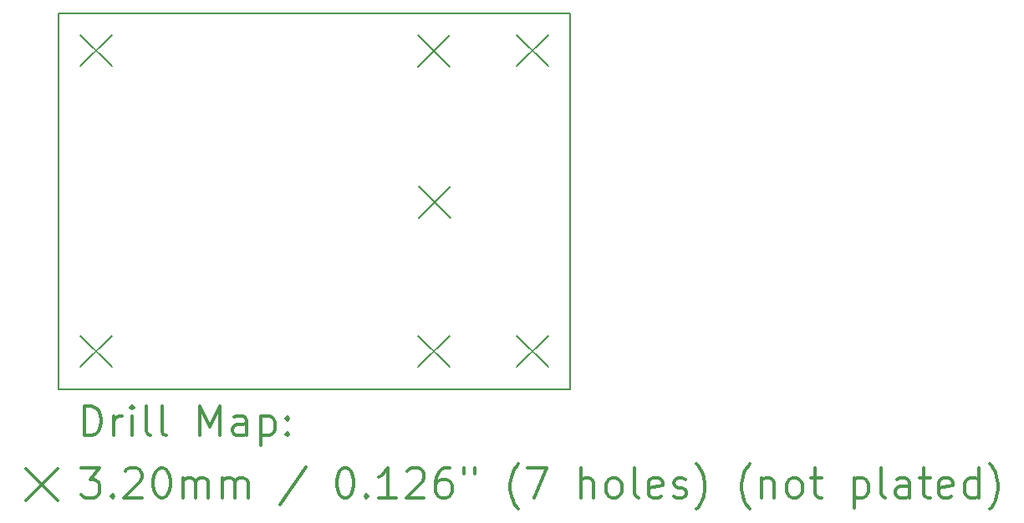
<source format=gbr>
%FSLAX45Y45*%
G04 Gerber Fmt 4.5, Leading zero omitted, Abs format (unit mm)*
G04 Created by KiCad (PCBNEW 4.0.6+dfsg1-1) date Wed May  9 15:43:25 2018*
%MOMM*%
%LPD*%
G01*
G04 APERTURE LIST*
%ADD10C,0.127000*%
%ADD11C,0.150000*%
%ADD12C,0.200000*%
%ADD13C,0.300000*%
G04 APERTURE END LIST*
D10*
D11*
X12801600Y-12801600D02*
X17983200Y-12801600D01*
X16611600Y-8991600D02*
X12801600Y-8991600D01*
X12801600Y-9093200D02*
X12801600Y-8991600D01*
X12801600Y-12801600D02*
X12801600Y-9093200D01*
X17983200Y-8991600D02*
X17983200Y-12801600D01*
X16611600Y-8991600D02*
X17983200Y-8991600D01*
D12*
X13022600Y-9212600D02*
X13342600Y-9532600D01*
X13342600Y-9212600D02*
X13022600Y-9532600D01*
X13022600Y-12260600D02*
X13342600Y-12580600D01*
X13342600Y-12260600D02*
X13022600Y-12580600D01*
X16446520Y-9220000D02*
X16766520Y-9540000D01*
X16766520Y-9220000D02*
X16446520Y-9540000D01*
X16446520Y-12260000D02*
X16766520Y-12580000D01*
X16766520Y-12260000D02*
X16446520Y-12580000D01*
X16451600Y-10751840D02*
X16771600Y-11071840D01*
X16771600Y-10751840D02*
X16451600Y-11071840D01*
X17442200Y-9212600D02*
X17762200Y-9532600D01*
X17762200Y-9212600D02*
X17442200Y-9532600D01*
X17442200Y-12260600D02*
X17762200Y-12580600D01*
X17762200Y-12260600D02*
X17442200Y-12580600D01*
D13*
X13065528Y-13274814D02*
X13065528Y-12974814D01*
X13136957Y-12974814D01*
X13179814Y-12989100D01*
X13208386Y-13017671D01*
X13222671Y-13046243D01*
X13236957Y-13103386D01*
X13236957Y-13146243D01*
X13222671Y-13203386D01*
X13208386Y-13231957D01*
X13179814Y-13260529D01*
X13136957Y-13274814D01*
X13065528Y-13274814D01*
X13365528Y-13274814D02*
X13365528Y-13074814D01*
X13365528Y-13131957D02*
X13379814Y-13103386D01*
X13394100Y-13089100D01*
X13422671Y-13074814D01*
X13451243Y-13074814D01*
X13551243Y-13274814D02*
X13551243Y-13074814D01*
X13551243Y-12974814D02*
X13536957Y-12989100D01*
X13551243Y-13003386D01*
X13565528Y-12989100D01*
X13551243Y-12974814D01*
X13551243Y-13003386D01*
X13736957Y-13274814D02*
X13708386Y-13260529D01*
X13694100Y-13231957D01*
X13694100Y-12974814D01*
X13894100Y-13274814D02*
X13865528Y-13260529D01*
X13851243Y-13231957D01*
X13851243Y-12974814D01*
X14236957Y-13274814D02*
X14236957Y-12974814D01*
X14336957Y-13189100D01*
X14436957Y-12974814D01*
X14436957Y-13274814D01*
X14708386Y-13274814D02*
X14708386Y-13117671D01*
X14694100Y-13089100D01*
X14665528Y-13074814D01*
X14608386Y-13074814D01*
X14579814Y-13089100D01*
X14708386Y-13260529D02*
X14679814Y-13274814D01*
X14608386Y-13274814D01*
X14579814Y-13260529D01*
X14565528Y-13231957D01*
X14565528Y-13203386D01*
X14579814Y-13174814D01*
X14608386Y-13160529D01*
X14679814Y-13160529D01*
X14708386Y-13146243D01*
X14851243Y-13074814D02*
X14851243Y-13374814D01*
X14851243Y-13089100D02*
X14879814Y-13074814D01*
X14936957Y-13074814D01*
X14965528Y-13089100D01*
X14979814Y-13103386D01*
X14994100Y-13131957D01*
X14994100Y-13217671D01*
X14979814Y-13246243D01*
X14965528Y-13260529D01*
X14936957Y-13274814D01*
X14879814Y-13274814D01*
X14851243Y-13260529D01*
X15122671Y-13246243D02*
X15136957Y-13260529D01*
X15122671Y-13274814D01*
X15108386Y-13260529D01*
X15122671Y-13246243D01*
X15122671Y-13274814D01*
X15122671Y-13089100D02*
X15136957Y-13103386D01*
X15122671Y-13117671D01*
X15108386Y-13103386D01*
X15122671Y-13089100D01*
X15122671Y-13117671D01*
X12474100Y-13609100D02*
X12794100Y-13929100D01*
X12794100Y-13609100D02*
X12474100Y-13929100D01*
X13036957Y-13604814D02*
X13222671Y-13604814D01*
X13122671Y-13719100D01*
X13165528Y-13719100D01*
X13194100Y-13733386D01*
X13208386Y-13747671D01*
X13222671Y-13776243D01*
X13222671Y-13847671D01*
X13208386Y-13876243D01*
X13194100Y-13890529D01*
X13165528Y-13904814D01*
X13079814Y-13904814D01*
X13051243Y-13890529D01*
X13036957Y-13876243D01*
X13351243Y-13876243D02*
X13365528Y-13890529D01*
X13351243Y-13904814D01*
X13336957Y-13890529D01*
X13351243Y-13876243D01*
X13351243Y-13904814D01*
X13479814Y-13633386D02*
X13494100Y-13619100D01*
X13522671Y-13604814D01*
X13594100Y-13604814D01*
X13622671Y-13619100D01*
X13636957Y-13633386D01*
X13651243Y-13661957D01*
X13651243Y-13690529D01*
X13636957Y-13733386D01*
X13465528Y-13904814D01*
X13651243Y-13904814D01*
X13836957Y-13604814D02*
X13865528Y-13604814D01*
X13894100Y-13619100D01*
X13908386Y-13633386D01*
X13922671Y-13661957D01*
X13936957Y-13719100D01*
X13936957Y-13790529D01*
X13922671Y-13847671D01*
X13908386Y-13876243D01*
X13894100Y-13890529D01*
X13865528Y-13904814D01*
X13836957Y-13904814D01*
X13808386Y-13890529D01*
X13794100Y-13876243D01*
X13779814Y-13847671D01*
X13765528Y-13790529D01*
X13765528Y-13719100D01*
X13779814Y-13661957D01*
X13794100Y-13633386D01*
X13808386Y-13619100D01*
X13836957Y-13604814D01*
X14065528Y-13904814D02*
X14065528Y-13704814D01*
X14065528Y-13733386D02*
X14079814Y-13719100D01*
X14108386Y-13704814D01*
X14151243Y-13704814D01*
X14179814Y-13719100D01*
X14194100Y-13747671D01*
X14194100Y-13904814D01*
X14194100Y-13747671D02*
X14208386Y-13719100D01*
X14236957Y-13704814D01*
X14279814Y-13704814D01*
X14308386Y-13719100D01*
X14322671Y-13747671D01*
X14322671Y-13904814D01*
X14465528Y-13904814D02*
X14465528Y-13704814D01*
X14465528Y-13733386D02*
X14479814Y-13719100D01*
X14508386Y-13704814D01*
X14551243Y-13704814D01*
X14579814Y-13719100D01*
X14594100Y-13747671D01*
X14594100Y-13904814D01*
X14594100Y-13747671D02*
X14608386Y-13719100D01*
X14636957Y-13704814D01*
X14679814Y-13704814D01*
X14708386Y-13719100D01*
X14722671Y-13747671D01*
X14722671Y-13904814D01*
X15308386Y-13590529D02*
X15051243Y-13976243D01*
X15694100Y-13604814D02*
X15722671Y-13604814D01*
X15751243Y-13619100D01*
X15765528Y-13633386D01*
X15779814Y-13661957D01*
X15794100Y-13719100D01*
X15794100Y-13790529D01*
X15779814Y-13847671D01*
X15765528Y-13876243D01*
X15751243Y-13890529D01*
X15722671Y-13904814D01*
X15694100Y-13904814D01*
X15665528Y-13890529D01*
X15651243Y-13876243D01*
X15636957Y-13847671D01*
X15622671Y-13790529D01*
X15622671Y-13719100D01*
X15636957Y-13661957D01*
X15651243Y-13633386D01*
X15665528Y-13619100D01*
X15694100Y-13604814D01*
X15922671Y-13876243D02*
X15936957Y-13890529D01*
X15922671Y-13904814D01*
X15908386Y-13890529D01*
X15922671Y-13876243D01*
X15922671Y-13904814D01*
X16222671Y-13904814D02*
X16051243Y-13904814D01*
X16136957Y-13904814D02*
X16136957Y-13604814D01*
X16108385Y-13647671D01*
X16079814Y-13676243D01*
X16051243Y-13690529D01*
X16336957Y-13633386D02*
X16351243Y-13619100D01*
X16379814Y-13604814D01*
X16451243Y-13604814D01*
X16479814Y-13619100D01*
X16494100Y-13633386D01*
X16508385Y-13661957D01*
X16508385Y-13690529D01*
X16494100Y-13733386D01*
X16322671Y-13904814D01*
X16508385Y-13904814D01*
X16765528Y-13604814D02*
X16708385Y-13604814D01*
X16679814Y-13619100D01*
X16665528Y-13633386D01*
X16636957Y-13676243D01*
X16622671Y-13733386D01*
X16622671Y-13847671D01*
X16636957Y-13876243D01*
X16651243Y-13890529D01*
X16679814Y-13904814D01*
X16736957Y-13904814D01*
X16765528Y-13890529D01*
X16779814Y-13876243D01*
X16794100Y-13847671D01*
X16794100Y-13776243D01*
X16779814Y-13747671D01*
X16765528Y-13733386D01*
X16736957Y-13719100D01*
X16679814Y-13719100D01*
X16651243Y-13733386D01*
X16636957Y-13747671D01*
X16622671Y-13776243D01*
X16908386Y-13604814D02*
X16908386Y-13661957D01*
X17022671Y-13604814D02*
X17022671Y-13661957D01*
X17465528Y-14019100D02*
X17451243Y-14004814D01*
X17422671Y-13961957D01*
X17408386Y-13933386D01*
X17394100Y-13890529D01*
X17379814Y-13819100D01*
X17379814Y-13761957D01*
X17394100Y-13690529D01*
X17408386Y-13647671D01*
X17422671Y-13619100D01*
X17451243Y-13576243D01*
X17465528Y-13561957D01*
X17551243Y-13604814D02*
X17751243Y-13604814D01*
X17622671Y-13904814D01*
X18094100Y-13904814D02*
X18094100Y-13604814D01*
X18222671Y-13904814D02*
X18222671Y-13747671D01*
X18208386Y-13719100D01*
X18179814Y-13704814D01*
X18136957Y-13704814D01*
X18108386Y-13719100D01*
X18094100Y-13733386D01*
X18408386Y-13904814D02*
X18379814Y-13890529D01*
X18365528Y-13876243D01*
X18351243Y-13847671D01*
X18351243Y-13761957D01*
X18365528Y-13733386D01*
X18379814Y-13719100D01*
X18408386Y-13704814D01*
X18451243Y-13704814D01*
X18479814Y-13719100D01*
X18494100Y-13733386D01*
X18508386Y-13761957D01*
X18508386Y-13847671D01*
X18494100Y-13876243D01*
X18479814Y-13890529D01*
X18451243Y-13904814D01*
X18408386Y-13904814D01*
X18679814Y-13904814D02*
X18651243Y-13890529D01*
X18636957Y-13861957D01*
X18636957Y-13604814D01*
X18908386Y-13890529D02*
X18879814Y-13904814D01*
X18822671Y-13904814D01*
X18794100Y-13890529D01*
X18779814Y-13861957D01*
X18779814Y-13747671D01*
X18794100Y-13719100D01*
X18822671Y-13704814D01*
X18879814Y-13704814D01*
X18908386Y-13719100D01*
X18922671Y-13747671D01*
X18922671Y-13776243D01*
X18779814Y-13804814D01*
X19036957Y-13890529D02*
X19065529Y-13904814D01*
X19122671Y-13904814D01*
X19151243Y-13890529D01*
X19165529Y-13861957D01*
X19165529Y-13847671D01*
X19151243Y-13819100D01*
X19122671Y-13804814D01*
X19079814Y-13804814D01*
X19051243Y-13790529D01*
X19036957Y-13761957D01*
X19036957Y-13747671D01*
X19051243Y-13719100D01*
X19079814Y-13704814D01*
X19122671Y-13704814D01*
X19151243Y-13719100D01*
X19265528Y-14019100D02*
X19279814Y-14004814D01*
X19308386Y-13961957D01*
X19322671Y-13933386D01*
X19336957Y-13890529D01*
X19351243Y-13819100D01*
X19351243Y-13761957D01*
X19336957Y-13690529D01*
X19322671Y-13647671D01*
X19308386Y-13619100D01*
X19279814Y-13576243D01*
X19265528Y-13561957D01*
X19808386Y-14019100D02*
X19794100Y-14004814D01*
X19765528Y-13961957D01*
X19751243Y-13933386D01*
X19736957Y-13890529D01*
X19722671Y-13819100D01*
X19722671Y-13761957D01*
X19736957Y-13690529D01*
X19751243Y-13647671D01*
X19765528Y-13619100D01*
X19794100Y-13576243D01*
X19808386Y-13561957D01*
X19922671Y-13704814D02*
X19922671Y-13904814D01*
X19922671Y-13733386D02*
X19936957Y-13719100D01*
X19965528Y-13704814D01*
X20008386Y-13704814D01*
X20036957Y-13719100D01*
X20051243Y-13747671D01*
X20051243Y-13904814D01*
X20236957Y-13904814D02*
X20208386Y-13890529D01*
X20194100Y-13876243D01*
X20179814Y-13847671D01*
X20179814Y-13761957D01*
X20194100Y-13733386D01*
X20208386Y-13719100D01*
X20236957Y-13704814D01*
X20279814Y-13704814D01*
X20308386Y-13719100D01*
X20322671Y-13733386D01*
X20336957Y-13761957D01*
X20336957Y-13847671D01*
X20322671Y-13876243D01*
X20308386Y-13890529D01*
X20279814Y-13904814D01*
X20236957Y-13904814D01*
X20422671Y-13704814D02*
X20536957Y-13704814D01*
X20465529Y-13604814D02*
X20465529Y-13861957D01*
X20479814Y-13890529D01*
X20508386Y-13904814D01*
X20536957Y-13904814D01*
X20865529Y-13704814D02*
X20865529Y-14004814D01*
X20865529Y-13719100D02*
X20894100Y-13704814D01*
X20951243Y-13704814D01*
X20979814Y-13719100D01*
X20994100Y-13733386D01*
X21008386Y-13761957D01*
X21008386Y-13847671D01*
X20994100Y-13876243D01*
X20979814Y-13890529D01*
X20951243Y-13904814D01*
X20894100Y-13904814D01*
X20865529Y-13890529D01*
X21179814Y-13904814D02*
X21151243Y-13890529D01*
X21136957Y-13861957D01*
X21136957Y-13604814D01*
X21422671Y-13904814D02*
X21422671Y-13747671D01*
X21408386Y-13719100D01*
X21379814Y-13704814D01*
X21322671Y-13704814D01*
X21294100Y-13719100D01*
X21422671Y-13890529D02*
X21394100Y-13904814D01*
X21322671Y-13904814D01*
X21294100Y-13890529D01*
X21279814Y-13861957D01*
X21279814Y-13833386D01*
X21294100Y-13804814D01*
X21322671Y-13790529D01*
X21394100Y-13790529D01*
X21422671Y-13776243D01*
X21522671Y-13704814D02*
X21636957Y-13704814D01*
X21565529Y-13604814D02*
X21565529Y-13861957D01*
X21579814Y-13890529D01*
X21608386Y-13904814D01*
X21636957Y-13904814D01*
X21851243Y-13890529D02*
X21822672Y-13904814D01*
X21765529Y-13904814D01*
X21736957Y-13890529D01*
X21722672Y-13861957D01*
X21722672Y-13747671D01*
X21736957Y-13719100D01*
X21765529Y-13704814D01*
X21822672Y-13704814D01*
X21851243Y-13719100D01*
X21865529Y-13747671D01*
X21865529Y-13776243D01*
X21722672Y-13804814D01*
X22122672Y-13904814D02*
X22122672Y-13604814D01*
X22122672Y-13890529D02*
X22094100Y-13904814D01*
X22036957Y-13904814D01*
X22008386Y-13890529D01*
X21994100Y-13876243D01*
X21979814Y-13847671D01*
X21979814Y-13761957D01*
X21994100Y-13733386D01*
X22008386Y-13719100D01*
X22036957Y-13704814D01*
X22094100Y-13704814D01*
X22122672Y-13719100D01*
X22236957Y-14019100D02*
X22251243Y-14004814D01*
X22279814Y-13961957D01*
X22294100Y-13933386D01*
X22308386Y-13890529D01*
X22322672Y-13819100D01*
X22322672Y-13761957D01*
X22308386Y-13690529D01*
X22294100Y-13647671D01*
X22279814Y-13619100D01*
X22251243Y-13576243D01*
X22236957Y-13561957D01*
M02*

</source>
